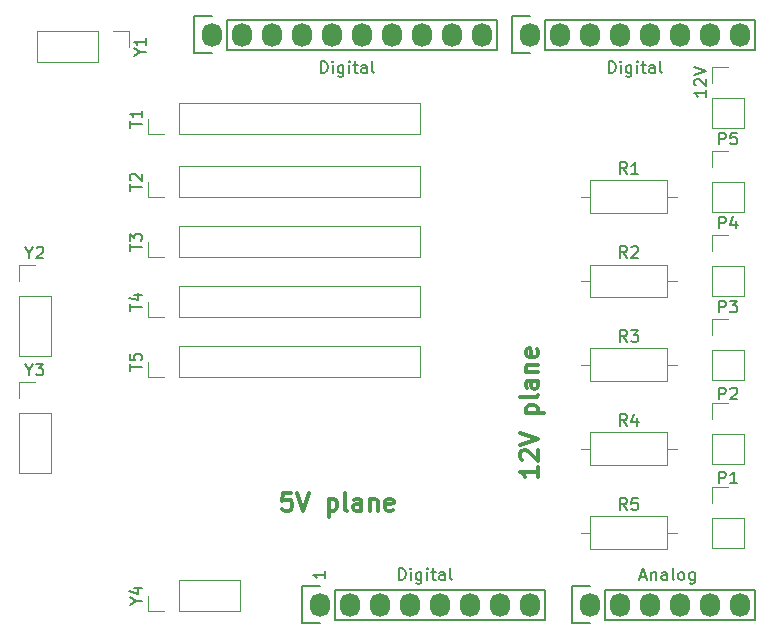
<source format=gbr>
%TF.GenerationSoftware,KiCad,Pcbnew,6.0.1*%
%TF.CreationDate,2022-02-11T14:06:14-07:00*%
%TF.ProjectId,aerogel_shield,6165726f-6765-46c5-9f73-6869656c642e,rev?*%
%TF.SameCoordinates,Original*%
%TF.FileFunction,Legend,Top*%
%TF.FilePolarity,Positive*%
%FSLAX46Y46*%
G04 Gerber Fmt 4.6, Leading zero omitted, Abs format (unit mm)*
G04 Created by KiCad (PCBNEW 6.0.1) date 2022-02-11 14:06:14*
%MOMM*%
%LPD*%
G01*
G04 APERTURE LIST*
%ADD10C,0.300000*%
%ADD11C,0.150000*%
%ADD12C,0.120000*%
%ADD13O,1.727200X2.032000*%
G04 APERTURE END LIST*
D10*
X157396571Y-112140428D02*
X157396571Y-112997571D01*
X157396571Y-112569000D02*
X155896571Y-112569000D01*
X156110857Y-112711857D01*
X156253714Y-112854714D01*
X156325142Y-112997571D01*
X156039428Y-111569000D02*
X155968000Y-111497571D01*
X155896571Y-111354714D01*
X155896571Y-110997571D01*
X155968000Y-110854714D01*
X156039428Y-110783285D01*
X156182285Y-110711857D01*
X156325142Y-110711857D01*
X156539428Y-110783285D01*
X157396571Y-111640428D01*
X157396571Y-110711857D01*
X155896571Y-110283285D02*
X157396571Y-109783285D01*
X155896571Y-109283285D01*
X156396571Y-107640428D02*
X157896571Y-107640428D01*
X156468000Y-107640428D02*
X156396571Y-107497571D01*
X156396571Y-107211857D01*
X156468000Y-107069000D01*
X156539428Y-106997571D01*
X156682285Y-106926142D01*
X157110857Y-106926142D01*
X157253714Y-106997571D01*
X157325142Y-107069000D01*
X157396571Y-107211857D01*
X157396571Y-107497571D01*
X157325142Y-107640428D01*
X157396571Y-106069000D02*
X157325142Y-106211857D01*
X157182285Y-106283285D01*
X155896571Y-106283285D01*
X157396571Y-104854714D02*
X156610857Y-104854714D01*
X156468000Y-104926142D01*
X156396571Y-105069000D01*
X156396571Y-105354714D01*
X156468000Y-105497571D01*
X157325142Y-104854714D02*
X157396571Y-104997571D01*
X157396571Y-105354714D01*
X157325142Y-105497571D01*
X157182285Y-105569000D01*
X157039428Y-105569000D01*
X156896571Y-105497571D01*
X156825142Y-105354714D01*
X156825142Y-104997571D01*
X156753714Y-104854714D01*
X156396571Y-104140428D02*
X157396571Y-104140428D01*
X156539428Y-104140428D02*
X156468000Y-104069000D01*
X156396571Y-103926142D01*
X156396571Y-103711857D01*
X156468000Y-103569000D01*
X156610857Y-103497571D01*
X157396571Y-103497571D01*
X157325142Y-102211857D02*
X157396571Y-102354714D01*
X157396571Y-102640428D01*
X157325142Y-102783285D01*
X157182285Y-102854714D01*
X156610857Y-102854714D01*
X156468000Y-102783285D01*
X156396571Y-102640428D01*
X156396571Y-102354714D01*
X156468000Y-102211857D01*
X156610857Y-102140428D01*
X156753714Y-102140428D01*
X156896571Y-102854714D01*
X136533428Y-114367571D02*
X135819142Y-114367571D01*
X135747714Y-115081857D01*
X135819142Y-115010428D01*
X135962000Y-114939000D01*
X136319142Y-114939000D01*
X136462000Y-115010428D01*
X136533428Y-115081857D01*
X136604857Y-115224714D01*
X136604857Y-115581857D01*
X136533428Y-115724714D01*
X136462000Y-115796142D01*
X136319142Y-115867571D01*
X135962000Y-115867571D01*
X135819142Y-115796142D01*
X135747714Y-115724714D01*
X137033428Y-114367571D02*
X137533428Y-115867571D01*
X138033428Y-114367571D01*
X139676285Y-114867571D02*
X139676285Y-116367571D01*
X139676285Y-114939000D02*
X139819142Y-114867571D01*
X140104857Y-114867571D01*
X140247714Y-114939000D01*
X140319142Y-115010428D01*
X140390571Y-115153285D01*
X140390571Y-115581857D01*
X140319142Y-115724714D01*
X140247714Y-115796142D01*
X140104857Y-115867571D01*
X139819142Y-115867571D01*
X139676285Y-115796142D01*
X141247714Y-115867571D02*
X141104857Y-115796142D01*
X141033428Y-115653285D01*
X141033428Y-114367571D01*
X142462000Y-115867571D02*
X142462000Y-115081857D01*
X142390571Y-114939000D01*
X142247714Y-114867571D01*
X141962000Y-114867571D01*
X141819142Y-114939000D01*
X142462000Y-115796142D02*
X142319142Y-115867571D01*
X141962000Y-115867571D01*
X141819142Y-115796142D01*
X141747714Y-115653285D01*
X141747714Y-115510428D01*
X141819142Y-115367571D01*
X141962000Y-115296142D01*
X142319142Y-115296142D01*
X142462000Y-115224714D01*
X143176285Y-114867571D02*
X143176285Y-115867571D01*
X143176285Y-115010428D02*
X143247714Y-114939000D01*
X143390571Y-114867571D01*
X143604857Y-114867571D01*
X143747714Y-114939000D01*
X143819142Y-115081857D01*
X143819142Y-115867571D01*
X145104857Y-115796142D02*
X144962000Y-115867571D01*
X144676285Y-115867571D01*
X144533428Y-115796142D01*
X144462000Y-115653285D01*
X144462000Y-115081857D01*
X144533428Y-114939000D01*
X144676285Y-114867571D01*
X144962000Y-114867571D01*
X145104857Y-114939000D01*
X145176285Y-115081857D01*
X145176285Y-115224714D01*
X144462000Y-115367571D01*
D11*
X139390380Y-120999285D02*
X139390380Y-121570714D01*
X139390380Y-121285000D02*
X138390380Y-121285000D01*
X138533238Y-121380238D01*
X138628476Y-121475476D01*
X138676095Y-121570714D01*
%TO.C,P5*%
X172743904Y-84868380D02*
X172743904Y-83868380D01*
X173124857Y-83868380D01*
X173220095Y-83916000D01*
X173267714Y-83963619D01*
X173315333Y-84058857D01*
X173315333Y-84201714D01*
X173267714Y-84296952D01*
X173220095Y-84344571D01*
X173124857Y-84392190D01*
X172743904Y-84392190D01*
X174220095Y-83868380D02*
X173743904Y-83868380D01*
X173696285Y-84344571D01*
X173743904Y-84296952D01*
X173839142Y-84249333D01*
X174077238Y-84249333D01*
X174172476Y-84296952D01*
X174220095Y-84344571D01*
X174267714Y-84439809D01*
X174267714Y-84677904D01*
X174220095Y-84773142D01*
X174172476Y-84820761D01*
X174077238Y-84868380D01*
X173839142Y-84868380D01*
X173743904Y-84820761D01*
X173696285Y-84773142D01*
%TO.C,12V*%
X171648380Y-80248047D02*
X171648380Y-80819476D01*
X171648380Y-80533761D02*
X170648380Y-80533761D01*
X170791238Y-80629000D01*
X170886476Y-80724238D01*
X170934095Y-80819476D01*
X170743619Y-79867095D02*
X170696000Y-79819476D01*
X170648380Y-79724238D01*
X170648380Y-79486142D01*
X170696000Y-79390904D01*
X170743619Y-79343285D01*
X170838857Y-79295666D01*
X170934095Y-79295666D01*
X171076952Y-79343285D01*
X171648380Y-79914714D01*
X171648380Y-79295666D01*
X170648380Y-79009952D02*
X171648380Y-78676619D01*
X170648380Y-78343285D01*
%TO.C,Digital*%
X145637523Y-121737380D02*
X145637523Y-120737380D01*
X145875619Y-120737380D01*
X146018476Y-120785000D01*
X146113714Y-120880238D01*
X146161333Y-120975476D01*
X146208952Y-121165952D01*
X146208952Y-121308809D01*
X146161333Y-121499285D01*
X146113714Y-121594523D01*
X146018476Y-121689761D01*
X145875619Y-121737380D01*
X145637523Y-121737380D01*
X146637523Y-121737380D02*
X146637523Y-121070714D01*
X146637523Y-120737380D02*
X146589904Y-120785000D01*
X146637523Y-120832619D01*
X146685142Y-120785000D01*
X146637523Y-120737380D01*
X146637523Y-120832619D01*
X147542285Y-121070714D02*
X147542285Y-121880238D01*
X147494666Y-121975476D01*
X147447047Y-122023095D01*
X147351809Y-122070714D01*
X147208952Y-122070714D01*
X147113714Y-122023095D01*
X147542285Y-121689761D02*
X147447047Y-121737380D01*
X147256571Y-121737380D01*
X147161333Y-121689761D01*
X147113714Y-121642142D01*
X147066095Y-121546904D01*
X147066095Y-121261190D01*
X147113714Y-121165952D01*
X147161333Y-121118333D01*
X147256571Y-121070714D01*
X147447047Y-121070714D01*
X147542285Y-121118333D01*
X148018476Y-121737380D02*
X148018476Y-121070714D01*
X148018476Y-120737380D02*
X147970857Y-120785000D01*
X148018476Y-120832619D01*
X148066095Y-120785000D01*
X148018476Y-120737380D01*
X148018476Y-120832619D01*
X148351809Y-121070714D02*
X148732761Y-121070714D01*
X148494666Y-120737380D02*
X148494666Y-121594523D01*
X148542285Y-121689761D01*
X148637523Y-121737380D01*
X148732761Y-121737380D01*
X149494666Y-121737380D02*
X149494666Y-121213571D01*
X149447047Y-121118333D01*
X149351809Y-121070714D01*
X149161333Y-121070714D01*
X149066095Y-121118333D01*
X149494666Y-121689761D02*
X149399428Y-121737380D01*
X149161333Y-121737380D01*
X149066095Y-121689761D01*
X149018476Y-121594523D01*
X149018476Y-121499285D01*
X149066095Y-121404047D01*
X149161333Y-121356428D01*
X149399428Y-121356428D01*
X149494666Y-121308809D01*
X150113714Y-121737380D02*
X150018476Y-121689761D01*
X149970857Y-121594523D01*
X149970857Y-120737380D01*
%TO.C,Analog*%
X166092476Y-121451666D02*
X166568666Y-121451666D01*
X165997238Y-121737380D02*
X166330571Y-120737380D01*
X166663904Y-121737380D01*
X166997238Y-121070714D02*
X166997238Y-121737380D01*
X166997238Y-121165952D02*
X167044857Y-121118333D01*
X167140095Y-121070714D01*
X167282952Y-121070714D01*
X167378190Y-121118333D01*
X167425809Y-121213571D01*
X167425809Y-121737380D01*
X168330571Y-121737380D02*
X168330571Y-121213571D01*
X168282952Y-121118333D01*
X168187714Y-121070714D01*
X167997238Y-121070714D01*
X167902000Y-121118333D01*
X168330571Y-121689761D02*
X168235333Y-121737380D01*
X167997238Y-121737380D01*
X167902000Y-121689761D01*
X167854380Y-121594523D01*
X167854380Y-121499285D01*
X167902000Y-121404047D01*
X167997238Y-121356428D01*
X168235333Y-121356428D01*
X168330571Y-121308809D01*
X168949619Y-121737380D02*
X168854380Y-121689761D01*
X168806761Y-121594523D01*
X168806761Y-120737380D01*
X169473428Y-121737380D02*
X169378190Y-121689761D01*
X169330571Y-121642142D01*
X169282952Y-121546904D01*
X169282952Y-121261190D01*
X169330571Y-121165952D01*
X169378190Y-121118333D01*
X169473428Y-121070714D01*
X169616285Y-121070714D01*
X169711523Y-121118333D01*
X169759142Y-121165952D01*
X169806761Y-121261190D01*
X169806761Y-121546904D01*
X169759142Y-121642142D01*
X169711523Y-121689761D01*
X169616285Y-121737380D01*
X169473428Y-121737380D01*
X170663904Y-121070714D02*
X170663904Y-121880238D01*
X170616285Y-121975476D01*
X170568666Y-122023095D01*
X170473428Y-122070714D01*
X170330571Y-122070714D01*
X170235333Y-122023095D01*
X170663904Y-121689761D02*
X170568666Y-121737380D01*
X170378190Y-121737380D01*
X170282952Y-121689761D01*
X170235333Y-121642142D01*
X170187714Y-121546904D01*
X170187714Y-121261190D01*
X170235333Y-121165952D01*
X170282952Y-121118333D01*
X170378190Y-121070714D01*
X170568666Y-121070714D01*
X170663904Y-121118333D01*
%TO.C,Digital*%
X139033523Y-78811380D02*
X139033523Y-77811380D01*
X139271619Y-77811380D01*
X139414476Y-77859000D01*
X139509714Y-77954238D01*
X139557333Y-78049476D01*
X139604952Y-78239952D01*
X139604952Y-78382809D01*
X139557333Y-78573285D01*
X139509714Y-78668523D01*
X139414476Y-78763761D01*
X139271619Y-78811380D01*
X139033523Y-78811380D01*
X140033523Y-78811380D02*
X140033523Y-78144714D01*
X140033523Y-77811380D02*
X139985904Y-77859000D01*
X140033523Y-77906619D01*
X140081142Y-77859000D01*
X140033523Y-77811380D01*
X140033523Y-77906619D01*
X140938285Y-78144714D02*
X140938285Y-78954238D01*
X140890666Y-79049476D01*
X140843047Y-79097095D01*
X140747809Y-79144714D01*
X140604952Y-79144714D01*
X140509714Y-79097095D01*
X140938285Y-78763761D02*
X140843047Y-78811380D01*
X140652571Y-78811380D01*
X140557333Y-78763761D01*
X140509714Y-78716142D01*
X140462095Y-78620904D01*
X140462095Y-78335190D01*
X140509714Y-78239952D01*
X140557333Y-78192333D01*
X140652571Y-78144714D01*
X140843047Y-78144714D01*
X140938285Y-78192333D01*
X141414476Y-78811380D02*
X141414476Y-78144714D01*
X141414476Y-77811380D02*
X141366857Y-77859000D01*
X141414476Y-77906619D01*
X141462095Y-77859000D01*
X141414476Y-77811380D01*
X141414476Y-77906619D01*
X141747809Y-78144714D02*
X142128761Y-78144714D01*
X141890666Y-77811380D02*
X141890666Y-78668523D01*
X141938285Y-78763761D01*
X142033523Y-78811380D01*
X142128761Y-78811380D01*
X142890666Y-78811380D02*
X142890666Y-78287571D01*
X142843047Y-78192333D01*
X142747809Y-78144714D01*
X142557333Y-78144714D01*
X142462095Y-78192333D01*
X142890666Y-78763761D02*
X142795428Y-78811380D01*
X142557333Y-78811380D01*
X142462095Y-78763761D01*
X142414476Y-78668523D01*
X142414476Y-78573285D01*
X142462095Y-78478047D01*
X142557333Y-78430428D01*
X142795428Y-78430428D01*
X142890666Y-78382809D01*
X143509714Y-78811380D02*
X143414476Y-78763761D01*
X143366857Y-78668523D01*
X143366857Y-77811380D01*
X163417523Y-78811380D02*
X163417523Y-77811380D01*
X163655619Y-77811380D01*
X163798476Y-77859000D01*
X163893714Y-77954238D01*
X163941333Y-78049476D01*
X163988952Y-78239952D01*
X163988952Y-78382809D01*
X163941333Y-78573285D01*
X163893714Y-78668523D01*
X163798476Y-78763761D01*
X163655619Y-78811380D01*
X163417523Y-78811380D01*
X164417523Y-78811380D02*
X164417523Y-78144714D01*
X164417523Y-77811380D02*
X164369904Y-77859000D01*
X164417523Y-77906619D01*
X164465142Y-77859000D01*
X164417523Y-77811380D01*
X164417523Y-77906619D01*
X165322285Y-78144714D02*
X165322285Y-78954238D01*
X165274666Y-79049476D01*
X165227047Y-79097095D01*
X165131809Y-79144714D01*
X164988952Y-79144714D01*
X164893714Y-79097095D01*
X165322285Y-78763761D02*
X165227047Y-78811380D01*
X165036571Y-78811380D01*
X164941333Y-78763761D01*
X164893714Y-78716142D01*
X164846095Y-78620904D01*
X164846095Y-78335190D01*
X164893714Y-78239952D01*
X164941333Y-78192333D01*
X165036571Y-78144714D01*
X165227047Y-78144714D01*
X165322285Y-78192333D01*
X165798476Y-78811380D02*
X165798476Y-78144714D01*
X165798476Y-77811380D02*
X165750857Y-77859000D01*
X165798476Y-77906619D01*
X165846095Y-77859000D01*
X165798476Y-77811380D01*
X165798476Y-77906619D01*
X166131809Y-78144714D02*
X166512761Y-78144714D01*
X166274666Y-77811380D02*
X166274666Y-78668523D01*
X166322285Y-78763761D01*
X166417523Y-78811380D01*
X166512761Y-78811380D01*
X167274666Y-78811380D02*
X167274666Y-78287571D01*
X167227047Y-78192333D01*
X167131809Y-78144714D01*
X166941333Y-78144714D01*
X166846095Y-78192333D01*
X167274666Y-78763761D02*
X167179428Y-78811380D01*
X166941333Y-78811380D01*
X166846095Y-78763761D01*
X166798476Y-78668523D01*
X166798476Y-78573285D01*
X166846095Y-78478047D01*
X166941333Y-78430428D01*
X167179428Y-78430428D01*
X167274666Y-78382809D01*
X167893714Y-78811380D02*
X167798476Y-78763761D01*
X167750857Y-78668523D01*
X167750857Y-77811380D01*
%TO.C,T3*%
X122852380Y-93852904D02*
X122852380Y-93281476D01*
X123852380Y-93567190D02*
X122852380Y-93567190D01*
X122852380Y-93043380D02*
X122852380Y-92424333D01*
X123233333Y-92757666D01*
X123233333Y-92614809D01*
X123280952Y-92519571D01*
X123328571Y-92471952D01*
X123423809Y-92424333D01*
X123661904Y-92424333D01*
X123757142Y-92471952D01*
X123804761Y-92519571D01*
X123852380Y-92614809D01*
X123852380Y-92900523D01*
X123804761Y-92995761D01*
X123757142Y-93043380D01*
%TO.C,Y1*%
X123718190Y-77057190D02*
X124194380Y-77057190D01*
X123194380Y-77390523D02*
X123718190Y-77057190D01*
X123194380Y-76723857D01*
X124194380Y-75866714D02*
X124194380Y-76438142D01*
X124194380Y-76152428D02*
X123194380Y-76152428D01*
X123337238Y-76247666D01*
X123432476Y-76342904D01*
X123480095Y-76438142D01*
%TO.C,Y4*%
X123376190Y-123539190D02*
X123852380Y-123539190D01*
X122852380Y-123872523D02*
X123376190Y-123539190D01*
X122852380Y-123205857D01*
X123185714Y-122443952D02*
X123852380Y-122443952D01*
X122804761Y-122682047D02*
X123519047Y-122920142D01*
X123519047Y-122301095D01*
%TO.C,T2*%
X122852380Y-88772904D02*
X122852380Y-88201476D01*
X123852380Y-88487190D02*
X122852380Y-88487190D01*
X122947619Y-87915761D02*
X122900000Y-87868142D01*
X122852380Y-87772904D01*
X122852380Y-87534809D01*
X122900000Y-87439571D01*
X122947619Y-87391952D01*
X123042857Y-87344333D01*
X123138095Y-87344333D01*
X123280952Y-87391952D01*
X123852380Y-87963380D01*
X123852380Y-87344333D01*
%TO.C,P4*%
X172743904Y-91980380D02*
X172743904Y-90980380D01*
X173124857Y-90980380D01*
X173220095Y-91028000D01*
X173267714Y-91075619D01*
X173315333Y-91170857D01*
X173315333Y-91313714D01*
X173267714Y-91408952D01*
X173220095Y-91456571D01*
X173124857Y-91504190D01*
X172743904Y-91504190D01*
X174172476Y-91313714D02*
X174172476Y-91980380D01*
X173934380Y-90932761D02*
X173696285Y-91647047D01*
X174315333Y-91647047D01*
%TO.C,T4*%
X122852380Y-98932904D02*
X122852380Y-98361476D01*
X123852380Y-98647190D02*
X122852380Y-98647190D01*
X123185714Y-97599571D02*
X123852380Y-97599571D01*
X122804761Y-97837666D02*
X123519047Y-98075761D01*
X123519047Y-97456714D01*
%TO.C,P2*%
X172743904Y-106448380D02*
X172743904Y-105448380D01*
X173124857Y-105448380D01*
X173220095Y-105496000D01*
X173267714Y-105543619D01*
X173315333Y-105638857D01*
X173315333Y-105781714D01*
X173267714Y-105876952D01*
X173220095Y-105924571D01*
X173124857Y-105972190D01*
X172743904Y-105972190D01*
X173696285Y-105543619D02*
X173743904Y-105496000D01*
X173839142Y-105448380D01*
X174077238Y-105448380D01*
X174172476Y-105496000D01*
X174220095Y-105543619D01*
X174267714Y-105638857D01*
X174267714Y-105734095D01*
X174220095Y-105876952D01*
X173648666Y-106448380D01*
X174267714Y-106448380D01*
%TO.C,Y3*%
X114331809Y-103945190D02*
X114331809Y-104421380D01*
X113998476Y-103421380D02*
X114331809Y-103945190D01*
X114665142Y-103421380D01*
X114903238Y-103421380D02*
X115522285Y-103421380D01*
X115188952Y-103802333D01*
X115331809Y-103802333D01*
X115427047Y-103849952D01*
X115474666Y-103897571D01*
X115522285Y-103992809D01*
X115522285Y-104230904D01*
X115474666Y-104326142D01*
X115427047Y-104373761D01*
X115331809Y-104421380D01*
X115046095Y-104421380D01*
X114950857Y-104373761D01*
X114903238Y-104326142D01*
%TO.C,P1*%
X172743904Y-113560380D02*
X172743904Y-112560380D01*
X173124857Y-112560380D01*
X173220095Y-112608000D01*
X173267714Y-112655619D01*
X173315333Y-112750857D01*
X173315333Y-112893714D01*
X173267714Y-112988952D01*
X173220095Y-113036571D01*
X173124857Y-113084190D01*
X172743904Y-113084190D01*
X174267714Y-113560380D02*
X173696285Y-113560380D01*
X173982000Y-113560380D02*
X173982000Y-112560380D01*
X173886761Y-112703238D01*
X173791523Y-112798476D01*
X173696285Y-112846095D01*
%TO.C,R5*%
X164933333Y-115811380D02*
X164600000Y-115335190D01*
X164361904Y-115811380D02*
X164361904Y-114811380D01*
X164742857Y-114811380D01*
X164838095Y-114859000D01*
X164885714Y-114906619D01*
X164933333Y-115001857D01*
X164933333Y-115144714D01*
X164885714Y-115239952D01*
X164838095Y-115287571D01*
X164742857Y-115335190D01*
X164361904Y-115335190D01*
X165838095Y-114811380D02*
X165361904Y-114811380D01*
X165314285Y-115287571D01*
X165361904Y-115239952D01*
X165457142Y-115192333D01*
X165695238Y-115192333D01*
X165790476Y-115239952D01*
X165838095Y-115287571D01*
X165885714Y-115382809D01*
X165885714Y-115620904D01*
X165838095Y-115716142D01*
X165790476Y-115763761D01*
X165695238Y-115811380D01*
X165457142Y-115811380D01*
X165361904Y-115763761D01*
X165314285Y-115716142D01*
%TO.C,Y2*%
X114331809Y-94039190D02*
X114331809Y-94515380D01*
X113998476Y-93515380D02*
X114331809Y-94039190D01*
X114665142Y-93515380D01*
X114950857Y-93610619D02*
X114998476Y-93563000D01*
X115093714Y-93515380D01*
X115331809Y-93515380D01*
X115427047Y-93563000D01*
X115474666Y-93610619D01*
X115522285Y-93705857D01*
X115522285Y-93801095D01*
X115474666Y-93943952D01*
X114903238Y-94515380D01*
X115522285Y-94515380D01*
%TO.C,P3*%
X172743904Y-99087380D02*
X172743904Y-98087380D01*
X173124857Y-98087380D01*
X173220095Y-98135000D01*
X173267714Y-98182619D01*
X173315333Y-98277857D01*
X173315333Y-98420714D01*
X173267714Y-98515952D01*
X173220095Y-98563571D01*
X173124857Y-98611190D01*
X172743904Y-98611190D01*
X173648666Y-98087380D02*
X174267714Y-98087380D01*
X173934380Y-98468333D01*
X174077238Y-98468333D01*
X174172476Y-98515952D01*
X174220095Y-98563571D01*
X174267714Y-98658809D01*
X174267714Y-98896904D01*
X174220095Y-98992142D01*
X174172476Y-99039761D01*
X174077238Y-99087380D01*
X173791523Y-99087380D01*
X173696285Y-99039761D01*
X173648666Y-98992142D01*
%TO.C,R4*%
X164933333Y-108699380D02*
X164600000Y-108223190D01*
X164361904Y-108699380D02*
X164361904Y-107699380D01*
X164742857Y-107699380D01*
X164838095Y-107747000D01*
X164885714Y-107794619D01*
X164933333Y-107889857D01*
X164933333Y-108032714D01*
X164885714Y-108127952D01*
X164838095Y-108175571D01*
X164742857Y-108223190D01*
X164361904Y-108223190D01*
X165790476Y-108032714D02*
X165790476Y-108699380D01*
X165552380Y-107651761D02*
X165314285Y-108366047D01*
X165933333Y-108366047D01*
%TO.C,R3*%
X164933333Y-101587380D02*
X164600000Y-101111190D01*
X164361904Y-101587380D02*
X164361904Y-100587380D01*
X164742857Y-100587380D01*
X164838095Y-100635000D01*
X164885714Y-100682619D01*
X164933333Y-100777857D01*
X164933333Y-100920714D01*
X164885714Y-101015952D01*
X164838095Y-101063571D01*
X164742857Y-101111190D01*
X164361904Y-101111190D01*
X165266666Y-100587380D02*
X165885714Y-100587380D01*
X165552380Y-100968333D01*
X165695238Y-100968333D01*
X165790476Y-101015952D01*
X165838095Y-101063571D01*
X165885714Y-101158809D01*
X165885714Y-101396904D01*
X165838095Y-101492142D01*
X165790476Y-101539761D01*
X165695238Y-101587380D01*
X165409523Y-101587380D01*
X165314285Y-101539761D01*
X165266666Y-101492142D01*
%TO.C,R2*%
X164933333Y-94485380D02*
X164600000Y-94009190D01*
X164361904Y-94485380D02*
X164361904Y-93485380D01*
X164742857Y-93485380D01*
X164838095Y-93533000D01*
X164885714Y-93580619D01*
X164933333Y-93675857D01*
X164933333Y-93818714D01*
X164885714Y-93913952D01*
X164838095Y-93961571D01*
X164742857Y-94009190D01*
X164361904Y-94009190D01*
X165314285Y-93580619D02*
X165361904Y-93533000D01*
X165457142Y-93485380D01*
X165695238Y-93485380D01*
X165790476Y-93533000D01*
X165838095Y-93580619D01*
X165885714Y-93675857D01*
X165885714Y-93771095D01*
X165838095Y-93913952D01*
X165266666Y-94485380D01*
X165885714Y-94485380D01*
%TO.C,T1*%
X122852380Y-83438904D02*
X122852380Y-82867476D01*
X123852380Y-83153190D02*
X122852380Y-83153190D01*
X123852380Y-82010333D02*
X123852380Y-82581761D01*
X123852380Y-82296047D02*
X122852380Y-82296047D01*
X122995238Y-82391285D01*
X123090476Y-82486523D01*
X123138095Y-82581761D01*
%TO.C,R1*%
X164933333Y-87368380D02*
X164600000Y-86892190D01*
X164361904Y-87368380D02*
X164361904Y-86368380D01*
X164742857Y-86368380D01*
X164838095Y-86416000D01*
X164885714Y-86463619D01*
X164933333Y-86558857D01*
X164933333Y-86701714D01*
X164885714Y-86796952D01*
X164838095Y-86844571D01*
X164742857Y-86892190D01*
X164361904Y-86892190D01*
X165885714Y-87368380D02*
X165314285Y-87368380D01*
X165600000Y-87368380D02*
X165600000Y-86368380D01*
X165504761Y-86511238D01*
X165409523Y-86606476D01*
X165314285Y-86654095D01*
%TO.C,T5*%
X122852380Y-104012904D02*
X122852380Y-103441476D01*
X123852380Y-103727190D02*
X122852380Y-103727190D01*
X122852380Y-102631952D02*
X122852380Y-103108142D01*
X123328571Y-103155761D01*
X123280952Y-103108142D01*
X123233333Y-103012904D01*
X123233333Y-102774809D01*
X123280952Y-102679571D01*
X123328571Y-102631952D01*
X123423809Y-102584333D01*
X123661904Y-102584333D01*
X123757142Y-102631952D01*
X123804761Y-102679571D01*
X123852380Y-102774809D01*
X123852380Y-103012904D01*
X123804761Y-103108142D01*
X123757142Y-103155761D01*
D12*
%TO.C,P5*%
X172152000Y-85416000D02*
X173482000Y-85416000D01*
X172152000Y-90616000D02*
X174812000Y-90616000D01*
X172152000Y-86746000D02*
X172152000Y-85416000D01*
X172152000Y-88016000D02*
X172152000Y-90616000D01*
X174812000Y-88016000D02*
X174812000Y-90616000D01*
X172152000Y-88016000D02*
X174812000Y-88016000D01*
%TO.C,12V*%
X172152000Y-79639000D02*
X172152000Y-78309000D01*
X172152000Y-80909000D02*
X174812000Y-80909000D01*
X172152000Y-78309000D02*
X173482000Y-78309000D01*
X172152000Y-83509000D02*
X174812000Y-83509000D01*
X172152000Y-80909000D02*
X172152000Y-83509000D01*
X174812000Y-80909000D02*
X174812000Y-83509000D01*
D11*
%TO.C,Digital*%
X157988000Y-125095000D02*
X157988000Y-122555000D01*
X140208000Y-125095000D02*
X157988000Y-125095000D01*
X157988000Y-122555000D02*
X140208000Y-122555000D01*
X138938000Y-122275000D02*
X137388000Y-122275000D01*
X137388000Y-122275000D02*
X137388000Y-125375000D01*
X137388000Y-125375000D02*
X138938000Y-125375000D01*
X140208000Y-125095000D02*
X140208000Y-122555000D01*
%TO.C,Analog*%
X163068000Y-125095000D02*
X163068000Y-122555000D01*
X161798000Y-122275000D02*
X160248000Y-122275000D01*
X175768000Y-122555000D02*
X163068000Y-122555000D01*
X163068000Y-125095000D02*
X175768000Y-125095000D01*
X175768000Y-125095000D02*
X175768000Y-122555000D01*
X160248000Y-122275000D02*
X160248000Y-125375000D01*
X160248000Y-125375000D02*
X161798000Y-125375000D01*
%TO.C,Digital*%
X128244000Y-74015000D02*
X128244000Y-77115000D01*
X131064000Y-76835000D02*
X153924000Y-76835000D01*
X153924000Y-76835000D02*
X153924000Y-74295000D01*
X153924000Y-74295000D02*
X131064000Y-74295000D01*
X129794000Y-74015000D02*
X128244000Y-74015000D01*
X128244000Y-77115000D02*
X129794000Y-77115000D01*
X131064000Y-76835000D02*
X131064000Y-74295000D01*
X175768000Y-74295000D02*
X157988000Y-74295000D01*
X155168000Y-77115000D02*
X156718000Y-77115000D01*
X157988000Y-76835000D02*
X175768000Y-76835000D01*
X157988000Y-76835000D02*
X157988000Y-74295000D01*
X156718000Y-74015000D02*
X155168000Y-74015000D01*
X175768000Y-76835000D02*
X175768000Y-74295000D01*
X155168000Y-74015000D02*
X155168000Y-77115000D01*
D12*
%TO.C,T3*%
X127000000Y-94421000D02*
X127000000Y-91761000D01*
X125730000Y-94421000D02*
X124400000Y-94421000D01*
X124400000Y-94421000D02*
X124400000Y-93091000D01*
X147380000Y-94421000D02*
X147380000Y-91761000D01*
X127000000Y-94421000D02*
X147380000Y-94421000D01*
X127000000Y-91761000D02*
X147380000Y-91761000D01*
%TO.C,Y1*%
X115002000Y-75251000D02*
X115002000Y-77911000D01*
X120142000Y-75251000D02*
X120142000Y-77911000D01*
X120142000Y-75251000D02*
X115002000Y-75251000D01*
X121412000Y-75251000D02*
X122742000Y-75251000D01*
X122742000Y-75251000D02*
X122742000Y-76581000D01*
X120142000Y-77911000D02*
X115002000Y-77911000D01*
%TO.C,Y4*%
X124400000Y-124393000D02*
X124400000Y-123063000D01*
X127000000Y-124393000D02*
X127000000Y-121733000D01*
X132140000Y-124393000D02*
X132140000Y-121733000D01*
X125730000Y-124393000D02*
X124400000Y-124393000D01*
X127000000Y-121733000D02*
X132140000Y-121733000D01*
X127000000Y-124393000D02*
X132140000Y-124393000D01*
%TO.C,T2*%
X124400000Y-89341000D02*
X124400000Y-88011000D01*
X127000000Y-86681000D02*
X147380000Y-86681000D01*
X127000000Y-89341000D02*
X147380000Y-89341000D01*
X147380000Y-89341000D02*
X147380000Y-86681000D01*
X127000000Y-89341000D02*
X127000000Y-86681000D01*
X125730000Y-89341000D02*
X124400000Y-89341000D01*
%TO.C,P4*%
X172152000Y-95128000D02*
X172152000Y-97728000D01*
X172152000Y-97728000D02*
X174812000Y-97728000D01*
X172152000Y-95128000D02*
X174812000Y-95128000D01*
X174812000Y-95128000D02*
X174812000Y-97728000D01*
X172152000Y-92528000D02*
X173482000Y-92528000D01*
X172152000Y-93858000D02*
X172152000Y-92528000D01*
%TO.C,T4*%
X127000000Y-99501000D02*
X127000000Y-96841000D01*
X127000000Y-99501000D02*
X147380000Y-99501000D01*
X147380000Y-99501000D02*
X147380000Y-96841000D01*
X124400000Y-99501000D02*
X124400000Y-98171000D01*
X127000000Y-96841000D02*
X147380000Y-96841000D01*
X125730000Y-99501000D02*
X124400000Y-99501000D01*
%TO.C,P2*%
X172152000Y-109347000D02*
X174812000Y-109347000D01*
X174812000Y-109347000D02*
X174812000Y-111947000D01*
X172152000Y-111947000D02*
X174812000Y-111947000D01*
X172152000Y-106747000D02*
X173482000Y-106747000D01*
X172152000Y-108077000D02*
X172152000Y-106747000D01*
X172152000Y-109347000D02*
X172152000Y-111947000D01*
%TO.C,Y3*%
X113478000Y-107569000D02*
X116138000Y-107569000D01*
X113478000Y-112709000D02*
X116138000Y-112709000D01*
X113478000Y-104969000D02*
X114808000Y-104969000D01*
X116138000Y-107569000D02*
X116138000Y-112709000D01*
X113478000Y-106299000D02*
X113478000Y-104969000D01*
X113478000Y-107569000D02*
X113478000Y-112709000D01*
%TO.C,P1*%
X172152000Y-113859000D02*
X173482000Y-113859000D01*
X172152000Y-116459000D02*
X174812000Y-116459000D01*
X172152000Y-115189000D02*
X172152000Y-113859000D01*
X172152000Y-119059000D02*
X174812000Y-119059000D01*
X172152000Y-116459000D02*
X172152000Y-119059000D01*
X174812000Y-116459000D02*
X174812000Y-119059000D01*
%TO.C,R5*%
X168370000Y-119099000D02*
X168370000Y-116359000D01*
X161830000Y-119099000D02*
X168370000Y-119099000D01*
X168370000Y-116359000D02*
X161830000Y-116359000D01*
X169140000Y-117729000D02*
X168370000Y-117729000D01*
X161060000Y-117729000D02*
X161830000Y-117729000D01*
X161830000Y-116359000D02*
X161830000Y-119099000D01*
%TO.C,Y2*%
X113478000Y-102803000D02*
X116138000Y-102803000D01*
X116138000Y-97663000D02*
X116138000Y-102803000D01*
X113478000Y-95063000D02*
X114808000Y-95063000D01*
X113478000Y-96393000D02*
X113478000Y-95063000D01*
X113478000Y-97663000D02*
X113478000Y-102803000D01*
X113478000Y-97663000D02*
X116138000Y-97663000D01*
%TO.C,P3*%
X172152000Y-102235000D02*
X172152000Y-104835000D01*
X172152000Y-100965000D02*
X172152000Y-99635000D01*
X174812000Y-102235000D02*
X174812000Y-104835000D01*
X172152000Y-102235000D02*
X174812000Y-102235000D01*
X172152000Y-104835000D02*
X174812000Y-104835000D01*
X172152000Y-99635000D02*
X173482000Y-99635000D01*
%TO.C,R4*%
X161060000Y-110617000D02*
X161830000Y-110617000D01*
X168370000Y-111987000D02*
X168370000Y-109247000D01*
X161830000Y-109247000D02*
X161830000Y-111987000D01*
X168370000Y-109247000D02*
X161830000Y-109247000D01*
X169140000Y-110617000D02*
X168370000Y-110617000D01*
X161830000Y-111987000D02*
X168370000Y-111987000D01*
%TO.C,R3*%
X161830000Y-102135000D02*
X161830000Y-104875000D01*
X168370000Y-104875000D02*
X168370000Y-102135000D01*
X161060000Y-103505000D02*
X161830000Y-103505000D01*
X168370000Y-102135000D02*
X161830000Y-102135000D01*
X169140000Y-103505000D02*
X168370000Y-103505000D01*
X161830000Y-104875000D02*
X168370000Y-104875000D01*
%TO.C,R2*%
X161060000Y-96403000D02*
X161830000Y-96403000D01*
X161830000Y-95033000D02*
X161830000Y-97773000D01*
X169140000Y-96403000D02*
X168370000Y-96403000D01*
X168370000Y-95033000D02*
X161830000Y-95033000D01*
X168370000Y-97773000D02*
X168370000Y-95033000D01*
X161830000Y-97773000D02*
X168370000Y-97773000D01*
%TO.C,T1*%
X125730000Y-84007000D02*
X124400000Y-84007000D01*
X127000000Y-84007000D02*
X127000000Y-81347000D01*
X127000000Y-81347000D02*
X147380000Y-81347000D01*
X124400000Y-84007000D02*
X124400000Y-82677000D01*
X127000000Y-84007000D02*
X147380000Y-84007000D01*
X147380000Y-84007000D02*
X147380000Y-81347000D01*
%TO.C,R1*%
X168370000Y-90656000D02*
X168370000Y-87916000D01*
X161830000Y-87916000D02*
X161830000Y-90656000D01*
X161060000Y-89286000D02*
X161830000Y-89286000D01*
X161830000Y-90656000D02*
X168370000Y-90656000D01*
X169140000Y-89286000D02*
X168370000Y-89286000D01*
X168370000Y-87916000D02*
X161830000Y-87916000D01*
%TO.C,T5*%
X124400000Y-104581000D02*
X124400000Y-103251000D01*
X125730000Y-104581000D02*
X124400000Y-104581000D01*
X147380000Y-104581000D02*
X147380000Y-101921000D01*
X127000000Y-101921000D02*
X147380000Y-101921000D01*
X127000000Y-104581000D02*
X127000000Y-101921000D01*
X127000000Y-104581000D02*
X147380000Y-104581000D01*
%TD*%
D13*
%TO.C,Digital*%
X138938000Y-123825000D03*
X141478000Y-123825000D03*
X144018000Y-123825000D03*
X146558000Y-123825000D03*
X149098000Y-123825000D03*
X151638000Y-123825000D03*
X154178000Y-123825000D03*
X156718000Y-123825000D03*
%TD*%
%TO.C,Analog*%
X161798000Y-123825000D03*
X164338000Y-123825000D03*
X166878000Y-123825000D03*
X169418000Y-123825000D03*
X171958000Y-123825000D03*
X174498000Y-123825000D03*
%TD*%
%TO.C,Digital*%
X129794000Y-75565000D03*
X132334000Y-75565000D03*
X134874000Y-75565000D03*
X137414000Y-75565000D03*
X139954000Y-75565000D03*
X142494000Y-75565000D03*
X145034000Y-75565000D03*
X147574000Y-75565000D03*
X150114000Y-75565000D03*
X152654000Y-75565000D03*
%TD*%
%TO.C,Digital*%
X156718000Y-75565000D03*
X159258000Y-75565000D03*
X161798000Y-75565000D03*
X164338000Y-75565000D03*
X166878000Y-75565000D03*
X169418000Y-75565000D03*
X171958000Y-75565000D03*
X174498000Y-75565000D03*
%TD*%
M02*

</source>
